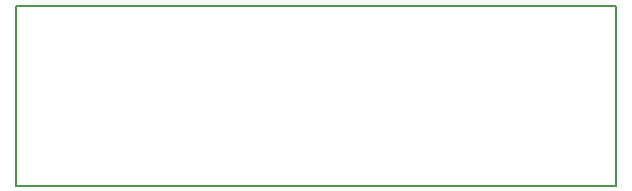
<source format=gbs>
G04 Smart Collar 2.0 - Bottom Solder Mask Layer*
%FSLAX24Y24*%
%MOIN*%
%ADD10C,0.0060*%
D10*
X025000Y012000D02*
X045000Y012000D01*
X045000Y018000D01*
X025000Y018000D01*
X025000Y012000D01*
M02*

</source>
